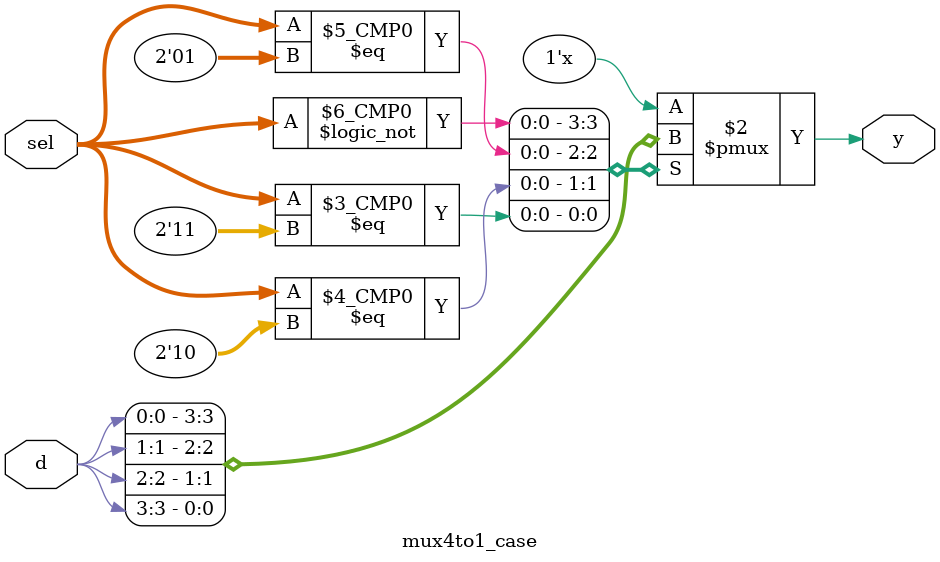
<source format=v>
module mux4to1_case(
  input [3:0] d,
  input [1:0] sel,
  output reg y
);
always @(*) begin
  case(sel)
    2'b00: y = d[0];
    2'b01: y = d[1];
    2'b10: y = d[2];
    2'b11: y = d[3];
    default: y = 1'b0;
  endcase
end
endmodule


</source>
